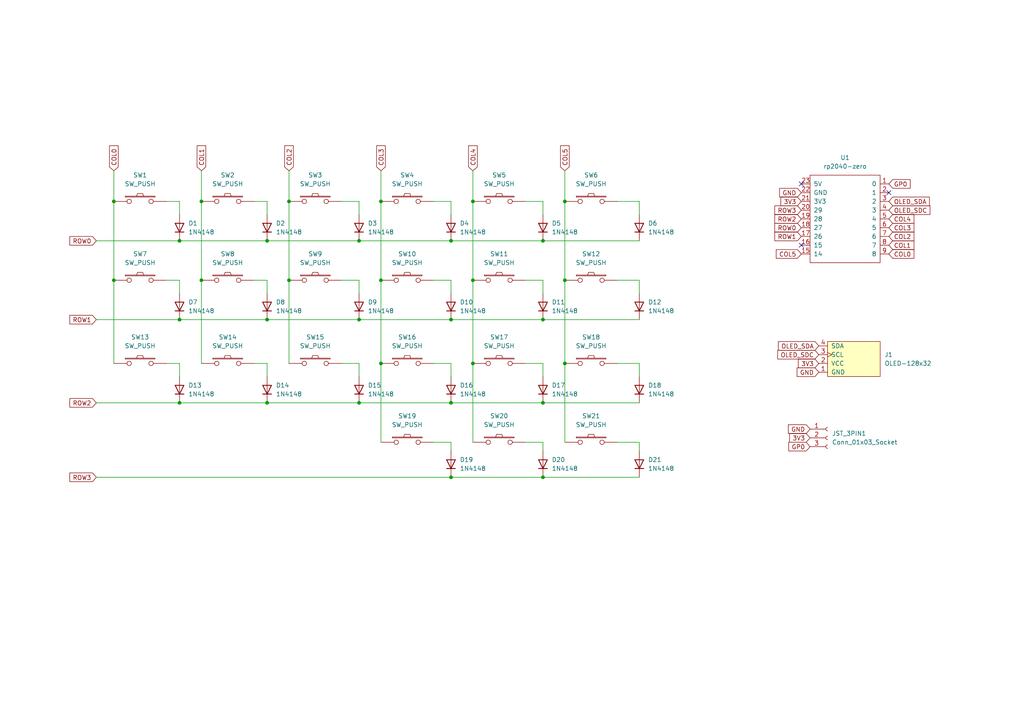
<source format=kicad_sch>
(kicad_sch (version 20231120) (generator "eeschema") (generator_version "8.0")
  (paper "A4")
  (lib_symbols
    (symbol "Connector:Conn_01x03_Socket" (pin_names (offset 1.016) hide)
      (property "Reference" "J" (at 0 5.08 0))
      (property "Value" "Conn_01x03_Socket" (at 0 -5.08 0))
      (symbol "Conn_01x03_Socket_1_1"
        (arc (start 0 -2.032) (mid -0.5058 -2.54) (end 0 -3.048) (stroke (width 0.1524)))
        (polyline (pts (xy -1.27 -2.54) (xy -0.508 -2.54)) (stroke (width 0.1524)))
        (polyline (pts (xy -1.27 0) (xy -0.508 0)) (stroke (width 0.1524)))
        (polyline (pts (xy -1.27 2.54) (xy -0.508 2.54)) (stroke (width 0.1524)))
        (arc (start 0 0.508) (mid -0.5058 0) (end 0 -0.508) (stroke (width 0.1524)))
        (arc (start 0 3.048) (mid -0.5058 2.54) (end 0 2.032) (stroke (width 0.1524)))
        (pin passive line (at -5.08 2.54 0) (length 3.81) (name "Pin_1") (number "1"))
        (pin passive line (at -5.08 0 0) (length 3.81) (name "Pin_2") (number "2"))
        (pin passive line (at -5.08 -2.54 0) (length 3.81) (name "Pin_3") (number "3"))
      )
    )
    (symbol "Diode:1N4148" (pin_numbers hide) (pin_names hide)
      (property "Reference" "D" (at 0 2.54 0))
      (property "Value" "1N4148" (at 0 -2.54 0))
      (symbol "1N4148_0_1"
        (polyline (pts (xy -1.27 1.27) (xy -1.27 -1.27)) (stroke (width 0.254)))
        (polyline (pts (xy 1.27 0) (xy -1.27 0)))
        (polyline (pts (xy 1.27 1.27) (xy 1.27 -1.27) (xy -1.27 0) (xy 1.27 1.27)) (stroke (width 0.254)))
      )
      (symbol "1N4148_1_1"
        (pin passive line (at -3.81 0 0) (length 2.54) (name "K") (number "1"))
        (pin passive line (at 3.81 0 180) (length 2.54) (name "A") (number "2"))
      )
    )
    (symbol "display_kleeb:OLED-128x32" (pin_names (offset 1.016))
      (property "Reference" "J" (at 0 -6.35 0))
      (property "Value" "OLED-128x32" (at 0 6.35 0))
      (symbol "OLED-128x32_0_1"
        (rectangle (start 0 5.08) (end 15.24 -5.08) (fill (type background)))
      )
      (symbol "OLED-128x32_1_1"
        (pin power_in line (at -2.54 -3.81 0) (length 2.54) (name "GND") (number "1"))
        (pin power_in line (at -2.54 -1.27 0) (length 2.54) (name "VCC") (number "2"))
        (pin input clock (at -2.54 1.27 0) (length 2.54) (name "SCL") (number "3"))
        (pin bidirectional line (at -2.54 3.81 0) (length 2.54) (name "SDA") (number "4"))
      )
    )
    (symbol "kbd:SW_PUSH" (pin_numbers hide) (pin_names (offset 1.016) hide)
      (property "Reference" "SW" (at 3.81 2.794 0))
      (property "Value" "SW_PUSH" (at 0 -2.032 0))
      (symbol "SW_PUSH_0_1"
        (rectangle (start -4.318 1.27) (end 4.318 1.524))
        (polyline (pts (xy -1.016 1.524) (xy -0.762 2.286) (xy 0.762 2.286) (xy 1.016 1.524)))
        (pin passive inverted (at -7.62 0 0) (length 5.08) (name "1") (number "1"))
        (pin passive inverted (at 7.62 0 180) (length 5.08) (name "2") (number "2"))
      )
    )
    (symbol "mcu_kleeb:rp2040-zero" (pin_names (offset 1.016))
      (property "Reference" "U1" (at 0 16.51 0))
      (property "Value" "rp2040-zero" (at 0 13.97 0))
      (symbol "rp2040-zero_0_1"
        (rectangle (start -10.16 11.43) (end 10.16 -13.97))
      )
      (symbol "rp2040-zero_1_1"
        (pin bidirectional line (at 12.7 8.89 180) (length 2.54) (name "0") (number "1"))
        (pin bidirectional line (at -12.7 -11.43 0) (length 2.54) (name "14") (number "15"))
        (pin bidirectional line (at -12.7 -8.89 0) (length 2.54) (name "15") (number "16"))
        (pin bidirectional line (at -12.7 -6.35 0) (length 2.54) (name "26") (number "17"))
        (pin bidirectional line (at -12.7 -3.81 0) (length 2.54) (name "27") (number "18"))
        (pin bidirectional line (at -12.7 -1.27 0) (length 2.54) (name "28") (number "19"))
        (pin bidirectional line (at 12.7 6.35 180) (length 2.54) (name "1") (number "2"))
        (pin bidirectional line (at -12.7 1.27 0) (length 2.54) (name "29") (number "20"))
        (pin power_out line (at -12.7 3.81 0) (length 2.54) (name "3V3") (number "21"))
        (pin power_out line (at -12.7 6.35 0) (length 2.54) (name "GND") (number "22"))
        (pin power_out line (at -12.7 8.89 0) (length 2.54) (name "5V") (number "23"))
        (pin bidirectional line (at 12.7 3.81 180) (length 2.54) (name "2") (number "3"))
        (pin bidirectional line (at 12.7 1.27 180) (length 2.54) (name "3") (number "4"))
        (pin bidirectional line (at 12.7 -1.27 180) (length 2.54) (name "4") (number "5"))
        (pin bidirectional line (at 12.7 -3.81 180) (length 2.54) (name "5") (number "6"))
        (pin bidirectional line (at 12.7 -6.35 180) (length 2.54) (name "6") (number "7"))
        (pin bidirectional line (at 12.7 -8.89 180) (length 2.54) (name "7") (number "8"))
        (pin bidirectional line (at 12.7 -11.43 180) (length 2.54) (name "8") (number "9"))
      )
    )
  )
  (junction (at 58.42 81.28))
  (junction (at 157.48 116.84))
  (junction (at 77.47 92.71))
  (junction (at 157.48 92.71))
  (junction (at 110.49 105.41))
  (junction (at 130.81 69.85))
  (junction (at 110.49 58.42))
  (junction (at 104.14 92.71))
  (junction (at 33.02 81.28))
  (junction (at 33.02 58.42))
  (junction (at 130.81 138.43))
  (junction (at 104.14 116.84))
  (junction (at 52.07 69.85))
  (junction (at 157.48 138.43))
  (junction (at 110.49 81.28))
  (junction (at 137.16 58.42))
  (junction (at 83.82 58.42))
  (junction (at 130.81 92.71))
  (junction (at 104.14 69.85))
  (junction (at 157.48 69.85))
  (junction (at 52.07 92.71))
  (junction (at 58.42 58.42))
  (junction (at 163.83 58.42))
  (junction (at 83.82 81.28))
  (junction (at 163.83 81.28))
  (junction (at 77.47 69.85))
  (junction (at 137.16 81.28))
  (junction (at 137.16 105.41))
  (junction (at 77.47 116.84))
  (junction (at 130.81 116.84))
  (junction (at 163.83 105.41))
  (junction (at 52.07 116.84))
  (no_connect (at 257.81 55.88))
  (no_connect (at 232.41 71.12))
  (no_connect (at 232.41 53.34))
  (wire (pts (xy 157.48 105.41) (xy 157.48 109.22)))
  (wire (pts (xy 104.14 58.42) (xy 104.14 62.23)))
  (wire (pts (xy 58.42 58.42) (xy 58.42 81.28)))
  (wire (pts (xy 83.82 58.42) (xy 83.82 81.28)))
  (wire (pts (xy 137.16 81.28) (xy 137.16 105.41)))
  (wire (pts (xy 185.42 58.42) (xy 185.42 62.23)))
  (wire (pts (xy 130.81 128.27) (xy 130.81 130.81)))
  (wire (pts (xy 73.66 81.28) (xy 77.47 81.28)))
  (wire (pts (xy 48.26 105.41) (xy 52.07 105.41)))
  (wire (pts (xy 52.07 92.71) (xy 77.47 92.71)))
  (wire (pts (xy 52.07 116.84) (xy 77.47 116.84)))
  (wire (pts (xy 157.48 69.85) (xy 185.42 69.85)))
  (wire (pts (xy 157.48 81.28) (xy 157.48 85.09)))
  (wire (pts (xy 77.47 69.85) (xy 104.14 69.85)))
  (wire (pts (xy 48.26 58.42) (xy 52.07 58.42)))
  (wire (pts (xy 104.14 92.71) (xy 130.81 92.71)))
  (wire (pts (xy 185.42 81.28) (xy 185.42 85.09)))
  (wire (pts (xy 27.94 69.85) (xy 52.07 69.85)))
  (wire (pts (xy 185.42 128.27) (xy 185.42 130.81)))
  (wire (pts (xy 33.02 58.42) (xy 33.02 81.28)))
  (wire (pts (xy 179.07 128.27) (xy 185.42 128.27)))
  (wire (pts (xy 52.07 69.85) (xy 77.47 69.85)))
  (wire (pts (xy 152.4 105.41) (xy 157.48 105.41)))
  (wire (pts (xy 58.42 49.53) (xy 58.42 58.42)))
  (wire (pts (xy 33.02 49.53) (xy 33.02 58.42)))
  (wire (pts (xy 27.94 138.43) (xy 130.81 138.43)))
  (wire (pts (xy 99.06 105.41) (xy 104.14 105.41)))
  (wire (pts (xy 52.07 58.42) (xy 52.07 62.23)))
  (wire (pts (xy 163.83 105.41) (xy 163.83 128.27)))
  (wire (pts (xy 137.16 58.42) (xy 137.16 81.28)))
  (wire (pts (xy 125.73 105.41) (xy 130.81 105.41)))
  (wire (pts (xy 179.07 58.42) (xy 185.42 58.42)))
  (wire (pts (xy 157.48 116.84) (xy 185.42 116.84)))
  (wire (pts (xy 157.48 138.43) (xy 185.42 138.43)))
  (wire (pts (xy 110.49 81.28) (xy 110.49 105.41)))
  (wire (pts (xy 130.81 69.85) (xy 157.48 69.85)))
  (wire (pts (xy 157.48 128.27) (xy 157.48 130.81)))
  (wire (pts (xy 83.82 81.28) (xy 83.82 105.41)))
  (wire (pts (xy 48.26 81.28) (xy 52.07 81.28)))
  (wire (pts (xy 130.81 58.42) (xy 130.81 62.23)))
  (wire (pts (xy 157.48 92.71) (xy 185.42 92.71)))
  (wire (pts (xy 130.81 105.41) (xy 130.81 109.22)))
  (wire (pts (xy 125.73 128.27) (xy 130.81 128.27)))
  (wire (pts (xy 77.47 92.71) (xy 104.14 92.71)))
  (wire (pts (xy 179.07 81.28) (xy 185.42 81.28)))
  (wire (pts (xy 77.47 105.41) (xy 77.47 109.22)))
  (wire (pts (xy 137.16 105.41) (xy 137.16 128.27)))
  (wire (pts (xy 152.4 81.28) (xy 157.48 81.28)))
  (wire (pts (xy 83.82 49.53) (xy 83.82 58.42)))
  (wire (pts (xy 77.47 58.42) (xy 77.47 62.23)))
  (wire (pts (xy 104.14 116.84) (xy 130.81 116.84)))
  (wire (pts (xy 152.4 128.27) (xy 157.48 128.27)))
  (wire (pts (xy 163.83 81.28) (xy 163.83 105.41)))
  (wire (pts (xy 27.94 116.84) (xy 52.07 116.84)))
  (wire (pts (xy 52.07 81.28) (xy 52.07 85.09)))
  (wire (pts (xy 99.06 58.42) (xy 104.14 58.42)))
  (wire (pts (xy 77.47 116.84) (xy 104.14 116.84)))
  (wire (pts (xy 157.48 58.42) (xy 157.48 62.23)))
  (wire (pts (xy 52.07 105.41) (xy 52.07 109.22)))
  (wire (pts (xy 73.66 105.41) (xy 77.47 105.41)))
  (wire (pts (xy 110.49 49.53) (xy 110.49 58.42)))
  (wire (pts (xy 99.06 81.28) (xy 104.14 81.28)))
  (wire (pts (xy 163.83 49.53) (xy 163.83 58.42)))
  (wire (pts (xy 152.4 58.42) (xy 157.48 58.42)))
  (wire (pts (xy 73.66 58.42) (xy 77.47 58.42)))
  (wire (pts (xy 130.81 116.84) (xy 157.48 116.84)))
  (wire (pts (xy 104.14 105.41) (xy 104.14 109.22)))
  (wire (pts (xy 125.73 58.42) (xy 130.81 58.42)))
  (wire (pts (xy 130.81 138.43) (xy 157.48 138.43)))
  (wire (pts (xy 137.16 49.53) (xy 137.16 58.42)))
  (wire (pts (xy 130.81 92.71) (xy 157.48 92.71)))
  (wire (pts (xy 110.49 105.41) (xy 110.49 128.27)))
  (wire (pts (xy 130.81 81.28) (xy 130.81 85.09)))
  (wire (pts (xy 179.07 105.41) (xy 185.42 105.41)))
  (wire (pts (xy 33.02 81.28) (xy 33.02 105.41)))
  (wire (pts (xy 163.83 58.42) (xy 163.83 81.28)))
  (wire (pts (xy 104.14 81.28) (xy 104.14 85.09)))
  (wire (pts (xy 104.14 69.85) (xy 130.81 69.85)))
  (wire (pts (xy 27.94 92.71) (xy 52.07 92.71)))
  (wire (pts (xy 58.42 81.28) (xy 58.42 105.41)))
  (wire (pts (xy 110.49 58.42) (xy 110.49 81.28)))
  (wire (pts (xy 125.73 81.28) (xy 130.81 81.28)))
  (wire (pts (xy 77.47 81.28) (xy 77.47 85.09)))
  (wire (pts (xy 185.42 105.41) (xy 185.42 109.22)))
  (global_label "COL1" (shape input) (at 58.42 49.53 90) (property "Intersheetrefs" "${INTERSHEET_REFS}" (effects (hide yes))))
  (global_label "ROW3" (shape input) (at 232.41 60.96 180) (property "Intersheetrefs" "${INTERSHEET_REFS}" (effects (hide yes))))
  (global_label "GP0" (shape input) (at 234.95 129.54 180) (property "Intersheetrefs" "${INTERSHEET_REFS}" (effects (hide yes))))
  (global_label "GND" (shape input) (at 232.41 55.88 180) (property "Intersheetrefs" "${INTERSHEET_REFS}" (effects (hide yes))))
  (global_label "COL2" (shape input) (at 83.82 49.53 90) (property "Intersheetrefs" "${INTERSHEET_REFS}" (effects (hide yes))))
  (global_label "COL4" (shape input) (at 257.81 63.5 0) (property "Intersheetrefs" "${INTERSHEET_REFS}" (effects (hide yes))))
  (global_label "ROW1" (shape input) (at 232.41 68.58 180) (property "Intersheetrefs" "${INTERSHEET_REFS}" (effects (hide yes))))
  (global_label "OLED_SDC" (shape input) (at 237.49 102.87 180) (property "Intersheetrefs" "${INTERSHEET_REFS}" (effects (hide yes))))
  (global_label "ROW0" (shape input) (at 27.94 69.85 180) (property "Intersheetrefs" "${INTERSHEET_REFS}" (effects (hide yes))))
  (global_label "GND" (shape input) (at 234.95 124.46 180) (property "Intersheetrefs" "${INTERSHEET_REFS}" (effects (hide yes))))
  (global_label "OLED_SDA" (shape input) (at 237.49 100.33 180) (property "Intersheetrefs" "${INTERSHEET_REFS}" (effects (hide yes))))
  (global_label "3V3" (shape input) (at 234.95 127 180) (property "Intersheetrefs" "${INTERSHEET_REFS}" (effects (hide yes))))
  (global_label "ROW2" (shape input) (at 232.41 63.5 180) (property "Intersheetrefs" "${INTERSHEET_REFS}" (effects (hide yes))))
  (global_label "ROW2" (shape input) (at 27.94 116.84 180) (property "Intersheetrefs" "${INTERSHEET_REFS}" (effects (hide yes))))
  (global_label "ROW0" (shape input) (at 232.41 66.04 180) (property "Intersheetrefs" "${INTERSHEET_REFS}" (effects (hide yes))))
  (global_label "ROW3" (shape input) (at 27.94 138.43 180) (property "Intersheetrefs" "${INTERSHEET_REFS}" (effects (hide yes))))
  (global_label "COL5" (shape input) (at 232.41 73.66 180) (property "Intersheetrefs" "${INTERSHEET_REFS}" (effects (hide yes))))
  (global_label "COL0" (shape input) (at 33.02 49.53 90) (property "Intersheetrefs" "${INTERSHEET_REFS}" (effects (hide yes))))
  (global_label "COL4" (shape input) (at 137.16 49.53 90) (property "Intersheetrefs" "${INTERSHEET_REFS}" (effects (hide yes))))
  (global_label "COL2" (shape input) (at 257.81 68.58 0) (property "Intersheetrefs" "${INTERSHEET_REFS}" (effects (hide yes))))
  (global_label "COL5" (shape input) (at 163.83 49.53 90) (property "Intersheetrefs" "${INTERSHEET_REFS}" (effects (hide yes))))
  (global_label "COL3" (shape input) (at 110.49 49.53 90) (property "Intersheetrefs" "${INTERSHEET_REFS}" (effects (hide yes))))
  (global_label "GND" (shape input) (at 237.49 107.95 180) (property "Intersheetrefs" "${INTERSHEET_REFS}" (effects (hide yes))))
  (global_label "GP0" (shape input) (at 257.81 53.34 0) (property "Intersheetrefs" "${INTERSHEET_REFS}" (effects (hide yes))))
  (global_label "ROW1" (shape input) (at 27.94 92.71 180) (property "Intersheetrefs" "${INTERSHEET_REFS}" (effects (hide yes))))
  (global_label "3V3" (shape input) (at 237.49 105.41 180) (property "Intersheetrefs" "${INTERSHEET_REFS}" (effects (hide yes))))
  (global_label "OLED_SDA" (shape input) (at 257.81 58.42 0) (property "Intersheetrefs" "${INTERSHEET_REFS}" (effects (hide yes))))
  (global_label "OLED_SDC" (shape input) (at 257.81 60.96 0) (property "Intersheetrefs" "${INTERSHEET_REFS}" (effects (hide yes))))
  (global_label "COL1" (shape input) (at 257.81 71.12 0) (property "Intersheetrefs" "${INTERSHEET_REFS}" (effects (hide yes))))
  (global_label "3V3" (shape input) (at 232.41 58.42 180) (property "Intersheetrefs" "${INTERSHEET_REFS}" (effects (hide yes))))
  (global_label "COL3" (shape input) (at 257.81 66.04 0) (property "Intersheetrefs" "${INTERSHEET_REFS}" (effects (hide yes))))
  (global_label "COL0" (shape input) (at 257.81 73.66 0) (property "Intersheetrefs" "${INTERSHEET_REFS}" (effects (hide yes))))
  (symbol (lib_id "kbd:SW_PUSH") (at 144.78 58.42 0) (unit 1)
    (property "Reference" "SW5" (at 144.78 50.8 0))
    (property "Value" "SW_PUSH" (at 144.78 53.34 0))
    (property "Footprint" "pg1350:pg1350-RH" (effects (hide yes)))
  )
  (symbol (lib_id "Diode:1N4148") (at 157.48 113.03 90) (unit 1)
    (property "Reference" "D17" (at 160.02 111.7599 90) (effects (justify right)))
    (property "Value" "1N4148" (at 160.02 114.2999 90) (effects (justify right)))
    (property "Footprint" "Diode_THT:D_DO-35_SOD27_P7.62mm_Horizontal" (effects (hide yes)))
    (property "Datasheet" "https://assets.nexperia.com/documents/data-sheet/1N4148_1N4448.pdf" (effects (hide yes)))
    (property "Description" "100V 0.15A standard switching diode, DO-35" (effects (hide yes)))
    (property "Sim.Device" "D" (effects (hide yes)))
    (property "Sim.Pins" "1=K 2=A" (effects (hide yes)))
  )
  (symbol (lib_id "kbd:SW_PUSH") (at 66.04 81.28 0) (unit 1)
    (property "Reference" "SW8" (at 66.04 73.66 0))
    (property "Value" "SW_PUSH" (at 66.04 76.2 0))
    (property "Footprint" "pg1350:pg1350-RH" (effects (hide yes)))
  )
  (symbol (lib_id "kbd:SW_PUSH") (at 118.11 81.28 0) (unit 1)
    (property "Reference" "SW10" (at 118.11 73.66 0))
    (property "Value" "SW_PUSH" (at 118.11 76.2 0))
    (property "Footprint" "pg1350:pg1350-RH" (effects (hide yes)))
  )
  (symbol (lib_id "Diode:1N4148") (at 157.48 66.04 90) (unit 1)
    (property "Reference" "D5" (at 160.02 64.7699 90) (effects (justify right)))
    (property "Value" "1N4148" (at 160.02 67.3099 90) (effects (justify right)))
    (property "Footprint" "Diode_THT:D_DO-35_SOD27_P7.62mm_Horizontal" (effects (hide yes)))
    (property "Datasheet" "https://assets.nexperia.com/documents/data-sheet/1N4148_1N4448.pdf" (effects (hide yes)))
    (property "Description" "100V 0.15A standard switching diode, DO-35" (effects (hide yes)))
    (property "Sim.Device" "D" (effects (hide yes)))
    (property "Sim.Pins" "1=K 2=A" (effects (hide yes)))
  )
  (symbol (lib_id "Diode:1N4148") (at 77.47 88.9 90) (unit 1)
    (property "Reference" "D8" (at 80.01 87.6299 90) (effects (justify right)))
    (property "Value" "1N4148" (at 80.01 90.1699 90) (effects (justify right)))
    (property "Footprint" "Diode_THT:D_DO-35_SOD27_P7.62mm_Horizontal" (effects (hide yes)))
    (property "Datasheet" "https://assets.nexperia.com/documents/data-sheet/1N4148_1N4448.pdf" (effects (hide yes)))
    (property "Description" "100V 0.15A standard switching diode, DO-35" (effects (hide yes)))
    (property "Sim.Device" "D" (effects (hide yes)))
    (property "Sim.Pins" "1=K 2=A" (effects (hide yes)))
  )
  (symbol (lib_id "Diode:1N4148") (at 185.42 88.9 90) (unit 1)
    (property "Reference" "D12" (at 187.96 87.6299 90) (effects (justify right)))
    (property "Value" "1N4148" (at 187.96 90.1699 90) (effects (justify right)))
    (property "Footprint" "Diode_THT:D_DO-35_SOD27_P7.62mm_Horizontal" (effects (hide yes)))
    (property "Datasheet" "https://assets.nexperia.com/documents/data-sheet/1N4148_1N4448.pdf" (effects (hide yes)))
    (property "Description" "100V 0.15A standard switching diode, DO-35" (effects (hide yes)))
    (property "Sim.Device" "D" (effects (hide yes)))
    (property "Sim.Pins" "1=K 2=A" (effects (hide yes)))
  )
  (symbol (lib_id "kbd:SW_PUSH") (at 171.45 81.28 0) (unit 1)
    (property "Reference" "SW12" (at 171.45 73.66 0))
    (property "Value" "SW_PUSH" (at 171.45 76.2 0))
    (property "Footprint" "pg1350:pg1350-RH" (effects (hide yes)))
  )
  (symbol (lib_id "Diode:1N4148") (at 157.48 88.9 90) (unit 1)
    (property "Reference" "D11" (at 160.02 87.6299 90) (effects (justify right)))
    (property "Value" "1N4148" (at 160.02 90.1699 90) (effects (justify right)))
    (property "Footprint" "Diode_THT:D_DO-35_SOD27_P7.62mm_Horizontal" (effects (hide yes)))
    (property "Datasheet" "https://assets.nexperia.com/documents/data-sheet/1N4148_1N4448.pdf" (effects (hide yes)))
    (property "Description" "100V 0.15A standard switching diode, DO-35" (effects (hide yes)))
    (property "Sim.Device" "D" (effects (hide yes)))
    (property "Sim.Pins" "1=K 2=A" (effects (hide yes)))
  )
  (symbol (lib_id "Diode:1N4148") (at 77.47 66.04 90) (unit 1)
    (property "Reference" "D2" (at 80.01 64.7699 90) (effects (justify right)))
    (property "Value" "1N4148" (at 80.01 67.3099 90) (effects (justify right)))
    (property "Footprint" "Diode_THT:D_DO-35_SOD27_P7.62mm_Horizontal" (effects (hide yes)))
    (property "Datasheet" "https://assets.nexperia.com/documents/data-sheet/1N4148_1N4448.pdf" (effects (hide yes)))
    (property "Description" "100V 0.15A standard switching diode, DO-35" (effects (hide yes)))
    (property "Sim.Device" "D" (effects (hide yes)))
    (property "Sim.Pins" "1=K 2=A" (effects (hide yes)))
  )
  (symbol (lib_id "Diode:1N4148") (at 130.81 66.04 90) (unit 1)
    (property "Reference" "D4" (at 133.35 64.7699 90) (effects (justify right)))
    (property "Value" "1N4148" (at 133.35 67.3099 90) (effects (justify right)))
    (property "Footprint" "Diode_THT:D_DO-35_SOD27_P7.62mm_Horizontal" (effects (hide yes)))
    (property "Datasheet" "https://assets.nexperia.com/documents/data-sheet/1N4148_1N4448.pdf" (effects (hide yes)))
    (property "Description" "100V 0.15A standard switching diode, DO-35" (effects (hide yes)))
    (property "Sim.Device" "D" (effects (hide yes)))
    (property "Sim.Pins" "1=K 2=A" (effects (hide yes)))
  )
  (symbol (lib_id "kbd:SW_PUSH") (at 171.45 105.41 0) (unit 1)
    (property "Reference" "SW18" (at 171.45 97.79 0))
    (property "Value" "SW_PUSH" (at 171.45 100.33 0))
    (property "Footprint" "pg1350:pg1350-RH" (effects (hide yes)))
  )
  (symbol (lib_id "kbd:SW_PUSH") (at 118.11 105.41 0) (unit 1)
    (property "Reference" "SW16" (at 118.11 97.79 0))
    (property "Value" "SW_PUSH" (at 118.11 100.33 0))
    (property "Footprint" "pg1350:pg1350-RH" (effects (hide yes)))
  )
  (symbol (lib_id "kbd:SW_PUSH") (at 118.11 58.42 0) (unit 1)
    (property "Reference" "SW4" (at 118.11 50.8 0))
    (property "Value" "SW_PUSH" (at 118.11 53.34 0))
    (property "Footprint" "pg1350:pg1350-RH" (effects (hide yes)))
  )
  (symbol (lib_id "kbd:SW_PUSH") (at 171.45 128.27 0) (unit 1)
    (property "Reference" "SW21" (at 171.45 120.65 0))
    (property "Value" "SW_PUSH" (at 171.45 123.19 0))
    (property "Footprint" "pg1350:pg1350-RH" (effects (hide yes)))
  )
  (symbol (lib_id "kbd:SW_PUSH") (at 144.78 81.28 0) (unit 1)
    (property "Reference" "SW11" (at 144.78 73.66 0))
    (property "Value" "SW_PUSH" (at 144.78 76.2 0))
    (property "Footprint" "pg1350:pg1350-RH" (effects (hide yes)))
  )
  (symbol (lib_id "Diode:1N4148") (at 185.42 134.62 90) (unit 1)
    (property "Reference" "D21" (at 187.96 133.3499 90) (effects (justify right)))
    (property "Value" "1N4148" (at 187.96 135.8899 90) (effects (justify right)))
    (property "Footprint" "Diode_THT:D_DO-35_SOD27_P7.62mm_Horizontal" (effects (hide yes)))
    (property "Datasheet" "https://assets.nexperia.com/documents/data-sheet/1N4148_1N4448.pdf" (effects (hide yes)))
    (property "Description" "100V 0.15A standard switching diode, DO-35" (effects (hide yes)))
    (property "Sim.Device" "D" (effects (hide yes)))
    (property "Sim.Pins" "1=K 2=A" (effects (hide yes)))
  )
  (symbol (lib_id "Diode:1N4148") (at 52.07 66.04 90) (unit 1)
    (property "Reference" "D1" (at 54.61 64.7699 90) (effects (justify right)))
    (property "Value" "1N4148" (at 54.61 67.3099 90) (effects (justify right)))
    (property "Footprint" "Diode_THT:D_DO-35_SOD27_P7.62mm_Horizontal" (effects (hide yes)))
    (property "Datasheet" "https://assets.nexperia.com/documents/data-sheet/1N4148_1N4448.pdf" (effects (hide yes)))
    (property "Description" "100V 0.15A standard switching diode, DO-35" (effects (hide yes)))
    (property "Sim.Device" "D" (effects (hide yes)))
    (property "Sim.Pins" "1=K 2=A" (effects (hide yes)))
  )
  (symbol (lib_id "Diode:1N4148") (at 130.81 88.9 90) (unit 1)
    (property "Reference" "D10" (at 133.35 87.6299 90) (effects (justify right)))
    (property "Value" "1N4148" (at 133.35 90.1699 90) (effects (justify right)))
    (property "Footprint" "Diode_THT:D_DO-35_SOD27_P7.62mm_Horizontal" (effects (hide yes)))
    (property "Datasheet" "https://assets.nexperia.com/documents/data-sheet/1N4148_1N4448.pdf" (effects (hide yes)))
    (property "Description" "100V 0.15A standard switching diode, DO-35" (effects (hide yes)))
    (property "Sim.Device" "D" (effects (hide yes)))
    (property "Sim.Pins" "1=K 2=A" (effects (hide yes)))
  )
  (symbol (lib_id "kbd:SW_PUSH") (at 118.11 128.27 0) (unit 1)
    (property "Reference" "SW19" (at 118.11 120.65 0))
    (property "Value" "SW_PUSH" (at 118.11 123.19 0))
    (property "Footprint" "pg1350:pg1350-RH" (effects (hide yes)))
  )
  (symbol (lib_id "Diode:1N4148") (at 77.47 113.03 90) (unit 1)
    (property "Reference" "D14" (at 80.01 111.7599 90) (effects (justify right)))
    (property "Value" "1N4148" (at 80.01 114.2999 90) (effects (justify right)))
    (property "Footprint" "Diode_THT:D_DO-35_SOD27_P7.62mm_Horizontal" (effects (hide yes)))
    (property "Datasheet" "https://assets.nexperia.com/documents/data-sheet/1N4148_1N4448.pdf" (effects (hide yes)))
    (property "Description" "100V 0.15A standard switching diode, DO-35" (effects (hide yes)))
    (property "Sim.Device" "D" (effects (hide yes)))
    (property "Sim.Pins" "1=K 2=A" (effects (hide yes)))
  )
  (symbol (lib_id "kbd:SW_PUSH") (at 144.78 128.27 0) (unit 1)
    (property "Reference" "SW20" (at 144.78 120.65 0))
    (property "Value" "SW_PUSH" (at 144.78 123.19 0))
    (property "Footprint" "pg1350:pg1350-RH" (effects (hide yes)))
  )
  (symbol (lib_id "Diode:1N4148") (at 104.14 88.9 90) (unit 1)
    (property "Reference" "D9" (at 106.68 87.6299 90) (effects (justify right)))
    (property "Value" "1N4148" (at 106.68 90.1699 90) (effects (justify right)))
    (property "Footprint" "Diode_THT:D_DO-35_SOD27_P7.62mm_Horizontal" (effects (hide yes)))
    (property "Datasheet" "https://assets.nexperia.com/documents/data-sheet/1N4148_1N4448.pdf" (effects (hide yes)))
    (property "Description" "100V 0.15A standard switching diode, DO-35" (effects (hide yes)))
    (property "Sim.Device" "D" (effects (hide yes)))
    (property "Sim.Pins" "1=K 2=A" (effects (hide yes)))
  )
  (symbol (lib_id "kbd:SW_PUSH") (at 91.44 58.42 0) (unit 1)
    (property "Reference" "SW3" (at 91.44 50.8 0))
    (property "Value" "SW_PUSH" (at 91.44 53.34 0))
    (property "Footprint" "pg1350:pg1350-RH" (effects (hide yes)))
  )
  (symbol (lib_id "Diode:1N4148") (at 104.14 113.03 90) (unit 1)
    (property "Reference" "D15" (at 106.68 111.7599 90) (effects (justify right)))
    (property "Value" "1N4148" (at 106.68 114.2999 90) (effects (justify right)))
    (property "Footprint" "Diode_THT:D_DO-35_SOD27_P7.62mm_Horizontal" (effects (hide yes)))
    (property "Datasheet" "https://assets.nexperia.com/documents/data-sheet/1N4148_1N4448.pdf" (effects (hide yes)))
    (property "Description" "100V 0.15A standard switching diode, DO-35" (effects (hide yes)))
    (property "Sim.Device" "D" (effects (hide yes)))
    (property "Sim.Pins" "1=K 2=A" (effects (hide yes)))
  )
  (symbol (lib_id "kbd:SW_PUSH") (at 91.44 105.41 0) (unit 1)
    (property "Reference" "SW15" (at 91.44 97.79 0))
    (property "Value" "SW_PUSH" (at 91.44 100.33 0))
    (property "Footprint" "pg1350:pg1350-RH" (effects (hide yes)))
  )
  (symbol (lib_id "kbd:SW_PUSH") (at 40.64 105.41 0) (unit 1)
    (property "Reference" "SW13" (at 40.64 97.79 0))
    (property "Value" "SW_PUSH" (at 40.64 100.33 0))
    (property "Footprint" "pg1350:pg1350-RH" (effects (hide yes)))
  )
  (symbol (lib_id "Diode:1N4148") (at 52.07 113.03 90) (unit 1)
    (property "Reference" "D13" (at 54.61 111.7599 90) (effects (justify right)))
    (property "Value" "1N4148" (at 54.61 114.2999 90) (effects (justify right)))
    (property "Footprint" "Diode_THT:D_DO-35_SOD27_P7.62mm_Horizontal" (effects (hide yes)))
    (property "Datasheet" "https://assets.nexperia.com/documents/data-sheet/1N4148_1N4448.pdf" (effects (hide yes)))
    (property "Description" "100V 0.15A standard switching diode, DO-35" (effects (hide yes)))
    (property "Sim.Device" "D" (effects (hide yes)))
    (property "Sim.Pins" "1=K 2=A" (effects (hide yes)))
  )
  (symbol (lib_id "kbd:SW_PUSH") (at 66.04 58.42 0) (unit 1)
    (property "Reference" "SW2" (at 66.04 50.8 0))
    (property "Value" "SW_PUSH" (at 66.04 53.34 0))
    (property "Footprint" "pg1350:pg1350-RH" (effects (hide yes)))
  )
  (symbol (lib_id "kbd:SW_PUSH") (at 66.04 105.41 0) (unit 1)
    (property "Reference" "SW14" (at 66.04 97.79 0))
    (property "Value" "SW_PUSH" (at 66.04 100.33 0))
    (property "Footprint" "pg1350:pg1350-RH" (effects (hide yes)))
  )
  (symbol (lib_id "display_kleeb:OLED-128x32") (at 240.03 104.14 0) (unit 1)
    (property "Reference" "J1" (at 256.54 102.8699 0) (effects (justify left)))
    (property "Value" "OLED-128x32" (at 256.54 105.4099 0) (effects (justify left)))
    (property "Footprint" "display_kleeb:OLED-128x32-double-sided" (effects (hide yes)))
  )
  (symbol (lib_id "Diode:1N4148") (at 52.07 88.9 90) (unit 1)
    (property "Reference" "D7" (at 54.61 87.6299 90) (effects (justify right)))
    (property "Value" "1N4148" (at 54.61 90.1699 90) (effects (justify right)))
    (property "Footprint" "Diode_THT:D_DO-35_SOD27_P7.62mm_Horizontal" (effects (hide yes)))
    (property "Datasheet" "https://assets.nexperia.com/documents/data-sheet/1N4148_1N4448.pdf" (effects (hide yes)))
    (property "Description" "100V 0.15A standard switching diode, DO-35" (effects (hide yes)))
    (property "Sim.Device" "D" (effects (hide yes)))
    (property "Sim.Pins" "1=K 2=A" (effects (hide yes)))
  )
  (symbol (lib_id "Diode:1N4148") (at 185.42 113.03 90) (unit 1)
    (property "Reference" "D18" (at 187.96 111.7599 90) (effects (justify right)))
    (property "Value" "1N4148" (at 187.96 114.2999 90) (effects (justify right)))
    (property "Footprint" "Diode_THT:D_DO-35_SOD27_P7.62mm_Horizontal" (effects (hide yes)))
    (property "Datasheet" "https://assets.nexperia.com/documents/data-sheet/1N4148_1N4448.pdf" (effects (hide yes)))
    (property "Description" "100V 0.15A standard switching diode, DO-35" (effects (hide yes)))
    (property "Sim.Device" "D" (effects (hide yes)))
    (property "Sim.Pins" "1=K 2=A" (effects (hide yes)))
  )
  (symbol (lib_id "Diode:1N4148") (at 157.48 134.62 90) (unit 1)
    (property "Reference" "D20" (at 160.02 133.3499 90) (effects (justify right)))
    (property "Value" "1N4148" (at 160.02 135.8899 90) (effects (justify right)))
    (property "Footprint" "Diode_THT:D_DO-35_SOD27_P7.62mm_Horizontal" (effects (hide yes)))
    (property "Datasheet" "https://assets.nexperia.com/documents/data-sheet/1N4148_1N4448.pdf" (effects (hide yes)))
    (property "Description" "100V 0.15A standard switching diode, DO-35" (effects (hide yes)))
    (property "Sim.Device" "D" (effects (hide yes)))
    (property "Sim.Pins" "1=K 2=A" (effects (hide yes)))
  )
  (symbol (lib_id "Diode:1N4148") (at 185.42 66.04 90) (unit 1)
    (property "Reference" "D6" (at 187.96 64.7699 90) (effects (justify right)))
    (property "Value" "1N4148" (at 187.96 67.3099 90) (effects (justify right)))
    (property "Footprint" "Diode_THT:D_DO-35_SOD27_P7.62mm_Horizontal" (effects (hide yes)))
    (property "Datasheet" "https://assets.nexperia.com/documents/data-sheet/1N4148_1N4448.pdf" (effects (hide yes)))
    (property "Description" "100V 0.15A standard switching diode, DO-35" (effects (hide yes)))
    (property "Sim.Device" "D" (effects (hide yes)))
    (property "Sim.Pins" "1=K 2=A" (effects (hide yes)))
  )
  (symbol (lib_id "kbd:SW_PUSH") (at 171.45 58.42 0) (unit 1)
    (property "Reference" "SW6" (at 171.45 50.8 0))
    (property "Value" "SW_PUSH" (at 171.45 53.34 0))
    (property "Footprint" "pg1350:pg1350-RH" (effects (hide yes)))
  )
  (symbol (lib_id "Connector:Conn_01x03_Socket") (at 240.03 127 0) (unit 1)
    (property "Reference" "JST_3PIN1" (at 241.3 125.7299 0) (effects (justify left)))
    (property "Value" "Conn_01x03_Socket" (at 241.3 128.2699 0) (effects (justify left)))
    (property "Footprint" "Connector_JST:JST_XH_S3B-XH-A_1x03_P2.50mm_Horizontal" (effects (hide yes)))
    (property "Description" "Generic connector, single row, 01x03, script generated" (effects (hide yes)))
  )
  (symbol (lib_id "kbd:SW_PUSH") (at 91.44 81.28 0) (unit 1)
    (property "Reference" "SW9" (at 91.44 73.66 0))
    (property "Value" "SW_PUSH" (at 91.44 76.2 0))
    (property "Footprint" "pg1350:pg1350-RH" (effects (hide yes)))
  )
  (symbol (lib_id "kbd:SW_PUSH") (at 40.64 58.42 0) (unit 1)
    (property "Reference" "SW1" (at 40.64 50.8 0))
    (property "Value" "SW_PUSH" (at 40.64 53.34 0))
    (property "Footprint" "pg1350:pg1350-RH" (effects (hide yes)))
  )
  (symbol (lib_id "kbd:SW_PUSH") (at 144.78 105.41 0) (unit 1)
    (property "Reference" "SW17" (at 144.78 97.79 0))
    (property "Value" "SW_PUSH" (at 144.78 100.33 0))
    (property "Footprint" "pg1350:pg1350-RH" (effects (hide yes)))
  )
  (symbol (lib_id "Diode:1N4148") (at 130.81 134.62 90) (unit 1)
    (property "Reference" "D19" (at 133.35 133.3499 90) (effects (justify right)))
    (property "Value" "1N4148" (at 133.35 135.8899 90) (effects (justify right)))
    (property "Footprint" "Diode_THT:D_DO-35_SOD27_P7.62mm_Horizontal" (effects (hide yes)))
    (property "Datasheet" "https://assets.nexperia.com/documents/data-sheet/1N4148_1N4448.pdf" (effects (hide yes)))
    (property "Description" "100V 0.15A standard switching diode, DO-35" (effects (hide yes)))
    (property "Sim.Device" "D" (effects (hide yes)))
    (property "Sim.Pins" "1=K 2=A" (effects (hide yes)))
  )
  (symbol (lib_id "Diode:1N4148") (at 104.14 66.04 90) (unit 1)
    (property "Reference" "D3" (at 106.68 64.7699 90) (effects (justify right)))
    (property "Value" "1N4148" (at 106.68 67.3099 90) (effects (justify right)))
    (property "Footprint" "Diode_THT:D_DO-35_SOD27_P7.62mm_Horizontal" (effects (hide yes)))
    (property "Datasheet" "https://assets.nexperia.com/documents/data-sheet/1N4148_1N4448.pdf" (effects (hide yes)))
    (property "Description" "100V 0.15A standard switching diode, DO-35" (effects (hide yes)))
    (property "Sim.Device" "D" (effects (hide yes)))
    (property "Sim.Pins" "1=K 2=A" (effects (hide yes)))
  )
  (symbol (lib_id "mcu_kleeb:rp2040-zero") (at 245.11 62.23 0) (unit 1)
    (property "Reference" "U1" (at 245.11 45.72 0))
    (property "Value" "rp2040-zero" (at 245.11 48.26 0))
    (property "Footprint" "mcu_kleeb:rp2040-zero-tht_nobtm_reversible" (effects (hide yes)))
  )
  (symbol (lib_id "kbd:SW_PUSH") (at 40.64 81.28 0) (unit 1)
    (property "Reference" "SW7" (at 40.64 73.66 0))
    (property "Value" "SW_PUSH" (at 40.64 76.2 0))
    (property "Footprint" "pg1350:pg1350-RH" (effects (hide yes)))
  )
  (symbol (lib_id "Diode:1N4148") (at 130.81 113.03 90) (unit 1)
    (property "Reference" "D16" (at 133.35 111.7599 90) (effects (justify right)))
    (property "Value" "1N4148" (at 133.35 114.2999 90) (effects (justify right)))
    (property "Footprint" "Diode_THT:D_DO-35_SOD27_P7.62mm_Horizontal" (effects (hide yes)))
    (property "Datasheet" "https://assets.nexperia.com/documents/data-sheet/1N4148_1N4448.pdf" (effects (hide yes)))
    (property "Description" "100V 0.15A standard switching diode, DO-35" (effects (hide yes)))
    (property "Sim.Device" "D" (effects (hide yes)))
    (property "Sim.Pins" "1=K 2=A" (effects (hide yes)))
  )
)
</source>
